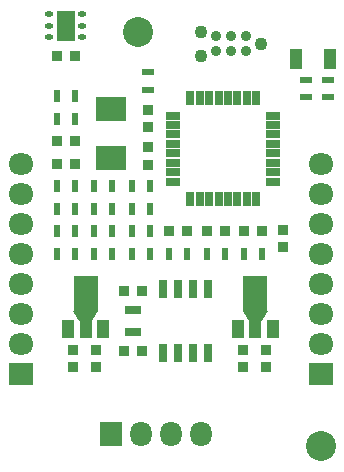
<source format=gts>
G04 #@! TF.FileFunction,Soldermask,Top*
%FSLAX46Y46*%
G04 Gerber Fmt 4.6, Leading zero omitted, Abs format (unit mm)*
G04 Created by KiCad (PCBNEW 4.0.2+dfsg1-stable) date So 05 Jun 2016 12:59:14 CEST*
%MOMM*%
G01*
G04 APERTURE LIST*
%ADD10C,0.100000*%
%ADD11C,2.540000*%
%ADD12R,0.600000X1.000000*%
%ADD13R,0.850000X0.900000*%
%ADD14R,0.900000X0.850000*%
%ADD15R,0.897560X0.897560*%
%ADD16R,1.827200X2.132000*%
%ADD17O,1.827200X2.132000*%
%ADD18R,2.132000X1.827200*%
%ADD19O,2.132000X1.827200*%
%ADD20R,1.000000X1.800000*%
%ADD21R,1.000000X0.600000*%
%ADD22R,1.400000X0.800000*%
%ADD23R,1.300000X0.700000*%
%ADD24R,0.700000X1.300000*%
%ADD25R,1.100760X1.601140*%
%ADD26R,2.098980X3.099740*%
%ADD27R,0.700000X1.650000*%
%ADD28C,1.090600*%
%ADD29C,0.887400*%
%ADD30R,2.500000X2.000000*%
%ADD31O,0.700000X0.500000*%
%ADD32R,1.600000X2.500000*%
G04 APERTURE END LIST*
D10*
D11*
X127000000Y-142000000D03*
D12*
X104660000Y-112395000D03*
X106160000Y-112395000D03*
D13*
X112395000Y-118225000D03*
X112395000Y-116725000D03*
D14*
X106160000Y-116205000D03*
X104660000Y-116205000D03*
X106160000Y-118110000D03*
X104660000Y-118110000D03*
D13*
X112395000Y-113550000D03*
X112395000Y-115050000D03*
D14*
X104660000Y-108966000D03*
X106160000Y-108966000D03*
X111875000Y-128905000D03*
X110375000Y-128905000D03*
D13*
X106045000Y-133870000D03*
X106045000Y-135370000D03*
X120418860Y-133870000D03*
X120418860Y-135370000D03*
D14*
X111875000Y-133985000D03*
X110375000Y-133985000D03*
D13*
X122323860Y-133870000D03*
X122323860Y-135370000D03*
X107950000Y-133870000D03*
X107950000Y-135370000D03*
D15*
X114185700Y-123825000D03*
X115684300Y-123825000D03*
X117360700Y-123825000D03*
X118859300Y-123825000D03*
X120535700Y-123825000D03*
X122034300Y-123825000D03*
D16*
X109220000Y-140970000D03*
D17*
X111760000Y-140970000D03*
X114300000Y-140970000D03*
X116840000Y-140970000D03*
D18*
X101600000Y-135890000D03*
D19*
X101600000Y-133350000D03*
X101600000Y-130810000D03*
X101600000Y-128270000D03*
X101600000Y-125730000D03*
X101600000Y-123190000D03*
X101600000Y-120650000D03*
X101600000Y-118110000D03*
D18*
X127000000Y-135890000D03*
D19*
X127000000Y-133350000D03*
X127000000Y-130810000D03*
X127000000Y-128270000D03*
X127000000Y-125730000D03*
X127000000Y-123190000D03*
X127000000Y-120650000D03*
X127000000Y-118110000D03*
D20*
X124915000Y-109220000D03*
X127815000Y-109220000D03*
D21*
X112395000Y-111875000D03*
X112395000Y-110375000D03*
X125730000Y-112510000D03*
X125730000Y-111010000D03*
X127635000Y-111010000D03*
X127635000Y-112510000D03*
D12*
X112510000Y-125730000D03*
X111010000Y-125730000D03*
X106160000Y-125730000D03*
X104660000Y-125730000D03*
X109335000Y-125730000D03*
X107835000Y-125730000D03*
X112510000Y-123825000D03*
X111010000Y-123825000D03*
X106160000Y-123825000D03*
X104660000Y-123825000D03*
X109335000Y-123825000D03*
X107835000Y-123825000D03*
X112510000Y-121920000D03*
X111010000Y-121920000D03*
X106160000Y-121920000D03*
X104660000Y-121920000D03*
X109335000Y-121920000D03*
X107835000Y-121920000D03*
X112510000Y-120015000D03*
X111010000Y-120015000D03*
X106160000Y-120015000D03*
X104660000Y-120015000D03*
X104660000Y-114300000D03*
X106160000Y-114300000D03*
X109335000Y-120015000D03*
X107835000Y-120015000D03*
D22*
X111125000Y-130495000D03*
X111125000Y-132395000D03*
D23*
X114495000Y-114040000D03*
X114495000Y-114840000D03*
X114495000Y-115640000D03*
X114495000Y-116440000D03*
X114495000Y-117240000D03*
X114495000Y-118040000D03*
X114495000Y-118840000D03*
X114495000Y-119640000D03*
D24*
X115945000Y-121090000D03*
X116745000Y-121090000D03*
X117545000Y-121090000D03*
X118345000Y-121090000D03*
X119145000Y-121090000D03*
X119945000Y-121090000D03*
X120745000Y-121090000D03*
X121545000Y-121090000D03*
D23*
X122995000Y-119640000D03*
X122995000Y-118840000D03*
X122995000Y-118040000D03*
X122995000Y-117240000D03*
X122995000Y-116440000D03*
X122995000Y-115640000D03*
X122995000Y-114840000D03*
X122995000Y-114040000D03*
D24*
X121545000Y-112590000D03*
X120745000Y-112590000D03*
X119945000Y-112590000D03*
X119145000Y-112590000D03*
X118345000Y-112590000D03*
X117545000Y-112590000D03*
X116745000Y-112590000D03*
X115945000Y-112590000D03*
D25*
X119956580Y-132080000D03*
X121457720Y-132080000D03*
X122958860Y-132080000D03*
D26*
X121457720Y-129128520D03*
D10*
G36*
X122508480Y-130552990D02*
X122008100Y-131402290D01*
X120907340Y-131402290D01*
X120406960Y-130552990D01*
X122508480Y-130552990D01*
X122508480Y-130552990D01*
G37*
D25*
X105582720Y-132080000D03*
X107083860Y-132080000D03*
X108585000Y-132080000D03*
D26*
X107083860Y-129128520D03*
D10*
G36*
X108134620Y-130552990D02*
X107634240Y-131402290D01*
X106533480Y-131402290D01*
X106033100Y-130552990D01*
X108134620Y-130552990D01*
X108134620Y-130552990D01*
G37*
D27*
X117475000Y-128745000D03*
X116205000Y-128745000D03*
X114935000Y-128745000D03*
X113665000Y-128745000D03*
X113665000Y-134145000D03*
X114935000Y-134145000D03*
X116205000Y-134145000D03*
X117475000Y-134145000D03*
D28*
X116840000Y-108966000D03*
X116840000Y-106934000D03*
D29*
X118110000Y-107315000D03*
X119380000Y-107315000D03*
X120650000Y-107315000D03*
X118110000Y-108585000D03*
X120650000Y-108585000D03*
X119380000Y-108585000D03*
D28*
X121920000Y-107950000D03*
D30*
X109220000Y-117620000D03*
X109220000Y-113520000D03*
D13*
X123825000Y-123710000D03*
X123825000Y-125210000D03*
D12*
X115685000Y-125730000D03*
X114185000Y-125730000D03*
X118860000Y-125730000D03*
X117360000Y-125730000D03*
X122035000Y-125730000D03*
X120535000Y-125730000D03*
D31*
X106810000Y-105426000D03*
X106810000Y-106426000D03*
X106810000Y-107426000D03*
X104010000Y-105426000D03*
X104010000Y-106426000D03*
X104010000Y-107426000D03*
D32*
X105410000Y-106426000D03*
D11*
X111500000Y-107000000D03*
M02*

</source>
